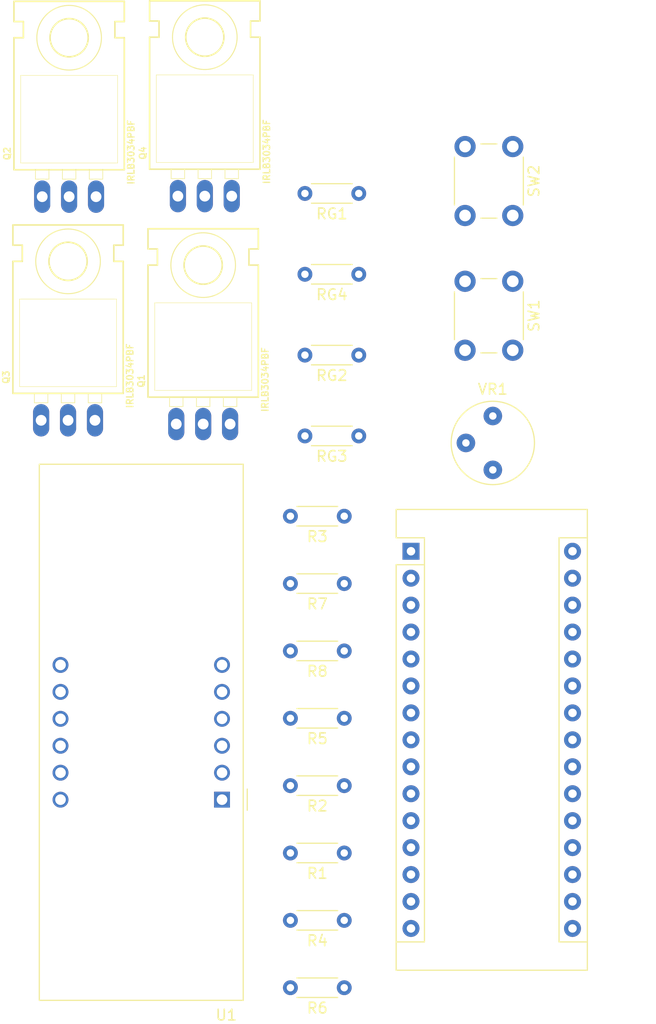
<source format=kicad_pcb>
(kicad_pcb (version 20171130) (host pcbnew "(5.1.0)-1")

  (general
    (thickness 1.6)
    (drawings 0)
    (tracks 0)
    (zones 0)
    (modules 21)
    (nets 44)
  )

  (page A4)
  (layers
    (0 F.Cu signal)
    (31 B.Cu signal)
    (32 B.Adhes user)
    (33 F.Adhes user)
    (34 B.Paste user)
    (35 F.Paste user)
    (36 B.SilkS user)
    (37 F.SilkS user)
    (38 B.Mask user)
    (39 F.Mask user)
    (40 Dwgs.User user)
    (41 Cmts.User user)
    (42 Eco1.User user)
    (43 Eco2.User user)
    (44 Edge.Cuts user)
    (45 Margin user)
    (46 B.CrtYd user)
    (47 F.CrtYd user)
    (48 B.Fab user)
    (49 F.Fab user)
  )

  (setup
    (last_trace_width 0.25)
    (trace_clearance 0.2)
    (zone_clearance 0.508)
    (zone_45_only no)
    (trace_min 0.2)
    (via_size 0.8)
    (via_drill 0.4)
    (via_min_size 0.4)
    (via_min_drill 0.3)
    (uvia_size 0.3)
    (uvia_drill 0.1)
    (uvias_allowed no)
    (uvia_min_size 0.2)
    (uvia_min_drill 0.1)
    (edge_width 0.05)
    (segment_width 0.2)
    (pcb_text_width 0.3)
    (pcb_text_size 1.5 1.5)
    (mod_edge_width 0.12)
    (mod_text_size 1 1)
    (mod_text_width 0.15)
    (pad_size 1.524 1.524)
    (pad_drill 0.762)
    (pad_to_mask_clearance 0.051)
    (solder_mask_min_width 0.25)
    (aux_axis_origin 0 0)
    (visible_elements 7FFFFFFF)
    (pcbplotparams
      (layerselection 0x010fc_ffffffff)
      (usegerberextensions false)
      (usegerberattributes false)
      (usegerberadvancedattributes false)
      (creategerberjobfile false)
      (excludeedgelayer true)
      (linewidth 0.100000)
      (plotframeref false)
      (viasonmask false)
      (mode 1)
      (useauxorigin false)
      (hpglpennumber 1)
      (hpglpenspeed 20)
      (hpglpendiameter 15.000000)
      (psnegative false)
      (psa4output false)
      (plotreference true)
      (plotvalue true)
      (plotinvisibletext false)
      (padsonsilk false)
      (subtractmaskfromsilk false)
      (outputformat 1)
      (mirror false)
      (drillshape 1)
      (scaleselection 1)
      (outputdirectory ""))
  )

  (net 0 "")
  (net 1 "Net-(A1-Pad16)")
  (net 2 "Net-(A1-Pad30)")
  (net 3 "Net-(A1-Pad28)")
  (net 4 "Net-(A1-Pad26)")
  (net 5 "Net-(A1-Pad25)")
  (net 6 "Net-(A1-Pad24)")
  (net 7 "Net-(A1-Pad23)")
  (net 8 "Net-(A1-Pad22)")
  (net 9 "Net-(A1-Pad6)")
  (net 10 "Net-(A1-Pad5)")
  (net 11 "Net-(A1-Pad4)")
  (net 12 "Net-(A1-Pad3)")
  (net 13 "Net-(A1-Pad18)")
  (net 14 "Net-(A1-Pad2)")
  (net 15 "Net-(A1-Pad17)")
  (net 16 "Net-(A1-Pad1)")
  (net 17 "Net-(R1-Pad2)")
  (net 18 Digit_2_cathode)
  (net 19 Digit_3_cathode)
  (net 20 GND)
  (net 21 Digit_1_cathode)
  (net 22 Segment_DP_anode)
  (net 23 5V)
  (net 24 Segment_G_anode)
  (net 25 Segment_F_anode)
  (net 26 Segment_E_anode)
  (net 27 Segment_D_anode)
  (net 28 Segment_C_anode)
  (net 29 Segment_B_anode)
  (net 30 Segment_A_anode)
  (net 31 Digit_4_cathode)
  (net 32 "Net-(Q1-Pad3)")
  (net 33 "Net-(Q1-Pad2)")
  (net 34 "Net-(Q2-Pad2)")
  (net 35 "Net-(Q3-Pad2)")
  (net 36 "Net-(Q4-Pad2)")
  (net 37 "Net-(R2-Pad2)")
  (net 38 "Net-(R3-Pad2)")
  (net 39 "Net-(R4-Pad2)")
  (net 40 "Net-(R5-Pad2)")
  (net 41 "Net-(R6-Pad2)")
  (net 42 "Net-(R7-Pad2)")
  (net 43 "Net-(R8-Pad2)")

  (net_class Default "This is the default net class."
    (clearance 0.2)
    (trace_width 0.25)
    (via_dia 0.8)
    (via_drill 0.4)
    (uvia_dia 0.3)
    (uvia_drill 0.1)
    (add_net 5V)
    (add_net Digit_1_cathode)
    (add_net Digit_2_cathode)
    (add_net Digit_3_cathode)
    (add_net Digit_4_cathode)
    (add_net GND)
    (add_net "Net-(A1-Pad1)")
    (add_net "Net-(A1-Pad16)")
    (add_net "Net-(A1-Pad17)")
    (add_net "Net-(A1-Pad18)")
    (add_net "Net-(A1-Pad2)")
    (add_net "Net-(A1-Pad22)")
    (add_net "Net-(A1-Pad23)")
    (add_net "Net-(A1-Pad24)")
    (add_net "Net-(A1-Pad25)")
    (add_net "Net-(A1-Pad26)")
    (add_net "Net-(A1-Pad28)")
    (add_net "Net-(A1-Pad3)")
    (add_net "Net-(A1-Pad30)")
    (add_net "Net-(A1-Pad4)")
    (add_net "Net-(A1-Pad5)")
    (add_net "Net-(A1-Pad6)")
    (add_net "Net-(Q1-Pad2)")
    (add_net "Net-(Q1-Pad3)")
    (add_net "Net-(Q2-Pad2)")
    (add_net "Net-(Q3-Pad2)")
    (add_net "Net-(Q4-Pad2)")
    (add_net "Net-(R1-Pad2)")
    (add_net "Net-(R2-Pad2)")
    (add_net "Net-(R3-Pad2)")
    (add_net "Net-(R4-Pad2)")
    (add_net "Net-(R5-Pad2)")
    (add_net "Net-(R6-Pad2)")
    (add_net "Net-(R7-Pad2)")
    (add_net "Net-(R8-Pad2)")
    (add_net Segment_A_anode)
    (add_net Segment_B_anode)
    (add_net Segment_C_anode)
    (add_net Segment_DP_anode)
    (add_net Segment_D_anode)
    (add_net Segment_E_anode)
    (add_net Segment_F_anode)
    (add_net Segment_G_anode)
  )

  (module Potentiometer_THT:Potentiometer_Bourns_3339P_Vertical_HandSoldering (layer F.Cu) (tedit 5BCDF3D1) (tstamp 5CDA717D)
    (at 101.7016 77.7748)
    (descr "Potentiometer, vertical, Bourns 3339P, hand-soldering, http://www.bourns.com/docs/Product-Datasheets/3339.pdf")
    (tags "Potentiometer vertical Bourns 3339P hand-soldering")
    (path /5CDC185F)
    (fp_text reference VR1 (at 0 -7.6) (layer F.SilkS)
      (effects (font (size 1 1) (thickness 0.15)))
    )
    (fp_text value POTENTIOMETER-PTH-9MM-1_20W-20% (at 0 2.52) (layer F.Fab)
      (effects (font (size 1 1) (thickness 0.15)))
    )
    (fp_text user %R (at -3.018 -2.54 90) (layer F.Fab)
      (effects (font (size 0.66 0.66) (thickness 0.15)))
    )
    (fp_line (start 4.1 -6.6) (end -4.1 -6.6) (layer F.CrtYd) (width 0.05))
    (fp_line (start 4.1 1.55) (end 4.1 -6.6) (layer F.CrtYd) (width 0.05))
    (fp_line (start -4.1 1.55) (end 4.1 1.55) (layer F.CrtYd) (width 0.05))
    (fp_line (start -4.1 -6.6) (end -4.1 1.55) (layer F.CrtYd) (width 0.05))
    (fp_line (start 0 -0.064) (end 0.001 -5.014) (layer F.Fab) (width 0.1))
    (fp_line (start 0 -0.064) (end 0.001 -5.014) (layer F.Fab) (width 0.1))
    (fp_circle (center 0 -2.54) (end 3.93 -2.54) (layer F.SilkS) (width 0.12))
    (fp_circle (center 0 -2.54) (end 2.5 -2.54) (layer F.Fab) (width 0.1))
    (fp_circle (center 0 -2.54) (end 3.81 -2.54) (layer F.Fab) (width 0.1))
    (pad 1 thru_hole circle (at 0 0) (size 1.75 1.75) (drill 0.7) (layers *.Cu *.Mask))
    (pad 2 thru_hole circle (at -2.54 -2.54) (size 1.75 1.75) (drill 0.7) (layers *.Cu *.Mask))
    (pad 3 thru_hole circle (at 0 -5.08) (size 1.75 1.75) (drill 0.7) (layers *.Cu *.Mask))
    (model ${KISYS3DMOD}/Potentiometer_THT.3dshapes/Potentiometer_Bourns_3339P_Vertical.wrl
      (at (xyz 0 0 0))
      (scale (xyz 1 1 1))
      (rotate (xyz 0 0 0))
    )
  )

  (module Silicon-Standard:TO-220-ALT (layer F.Cu) (tedit 5961E6B0) (tstamp 5CDBB4EB)
    (at 74.5236 48.1584)
    (path /5CD69EFB)
    (attr virtual)
    (fp_text reference Q4 (at -5.842 -0.254 90) (layer F.SilkS)
      (effects (font (size 0.6096 0.6096) (thickness 0.127)))
    )
    (fp_text value IRLB3034PBF (at 5.842 -0.381 90) (layer F.SilkS)
      (effects (font (size 0.6096 0.6096) (thickness 0.127)))
    )
    (fp_text user O (at 2.667 -0.635) (layer Dwgs.User)
      (effects (font (size 1.27 1.27) (thickness 0.127)))
    )
    (fp_text user I (at -2.413 -0.635) (layer Dwgs.User)
      (effects (font (size 1.27 1.27) (thickness 0.127)))
    )
    (fp_text user - (at 0.127 -0.635) (layer Dwgs.User)
      (effects (font (size 1.27 1.27) (thickness 0.127)))
    )
    (fp_circle (center 0 -11.176) (end 0 -14.224) (layer Dwgs.User) (width 0.1))
    (fp_circle (center 0 -11.176) (end 0 -14.224) (layer F.SilkS) (width 0.1))
    (fp_circle (center 0 -11.176) (end 0 -12.97686) (layer F.SilkS) (width 0.1524))
    (fp_line (start -4.572 0.635) (end -4.572 -7.62) (layer F.SilkS) (width 0.0508))
    (fp_line (start 4.572 -7.62) (end -4.572 -7.62) (layer F.SilkS) (width 0.0508))
    (fp_line (start 4.572 -7.62) (end 4.572 0.635) (layer F.SilkS) (width 0.0508))
    (fp_line (start -4.572 0.635) (end 4.572 0.635) (layer F.SilkS) (width 0.0508))
    (fp_line (start -5.207 -12.7) (end -5.207 -14.605) (layer F.SilkS) (width 0.1524))
    (fp_line (start -4.318 -12.7) (end -5.207 -12.7) (layer F.SilkS) (width 0.1524))
    (fp_line (start -4.318 -11.176) (end -4.318 -12.7) (layer F.SilkS) (width 0.1524))
    (fp_line (start -5.207 -11.176) (end -4.318 -11.176) (layer F.SilkS) (width 0.1524))
    (fp_line (start -5.207 1.27) (end -5.207 -11.176) (layer F.SilkS) (width 0.1524))
    (fp_line (start 5.207 -12.7) (end 5.207 -14.605) (layer F.SilkS) (width 0.1524))
    (fp_line (start 4.318 -12.7) (end 5.207 -12.7) (layer F.SilkS) (width 0.1524))
    (fp_line (start 4.318 -11.176) (end 4.318 -12.7) (layer F.SilkS) (width 0.1524))
    (fp_line (start 5.207 -11.176) (end 4.318 -11.176) (layer F.SilkS) (width 0.1524))
    (fp_line (start 5.207 1.27) (end 5.207 -11.176) (layer F.SilkS) (width 0.1524))
    (fp_line (start 5.207 -14.605) (end -5.207 -14.605) (layer F.SilkS) (width 0.1524))
    (fp_line (start -5.207 1.27) (end 5.207 1.27) (layer F.SilkS) (width 0.1524))
    (fp_line (start -3.175 3.81) (end -3.175 2.159) (layer Dwgs.User) (width 0.06604))
    (fp_line (start -3.175 2.159) (end -1.905 2.159) (layer Dwgs.User) (width 0.06604))
    (fp_line (start -1.905 3.81) (end -1.905 2.159) (layer Dwgs.User) (width 0.06604))
    (fp_line (start -3.175 3.81) (end -1.905 3.81) (layer Dwgs.User) (width 0.06604))
    (fp_line (start -0.635 3.81) (end -0.635 2.159) (layer Dwgs.User) (width 0.06604))
    (fp_line (start -0.635 2.159) (end 0.635 2.159) (layer Dwgs.User) (width 0.06604))
    (fp_line (start 0.635 3.81) (end 0.635 2.159) (layer Dwgs.User) (width 0.06604))
    (fp_line (start -0.635 3.81) (end 0.635 3.81) (layer Dwgs.User) (width 0.06604))
    (fp_line (start -3.175 2.159) (end -3.175 1.27) (layer F.SilkS) (width 0.06604))
    (fp_line (start -3.175 1.27) (end -1.905 1.27) (layer F.SilkS) (width 0.06604))
    (fp_line (start -1.905 2.159) (end -1.905 1.27) (layer F.SilkS) (width 0.06604))
    (fp_line (start -3.175 2.159) (end -1.905 2.159) (layer F.SilkS) (width 0.06604))
    (fp_line (start -0.635 2.159) (end -0.635 1.27) (layer F.SilkS) (width 0.06604))
    (fp_line (start -0.635 1.27) (end 0.635 1.27) (layer F.SilkS) (width 0.06604))
    (fp_line (start 0.635 2.159) (end 0.635 1.27) (layer F.SilkS) (width 0.06604))
    (fp_line (start -0.635 2.159) (end 0.635 2.159) (layer F.SilkS) (width 0.06604))
    (fp_line (start 1.905 3.81) (end 1.905 2.159) (layer Dwgs.User) (width 0.06604))
    (fp_line (start 1.905 2.159) (end 3.175 2.159) (layer Dwgs.User) (width 0.06604))
    (fp_line (start 3.175 3.81) (end 3.175 2.159) (layer Dwgs.User) (width 0.06604))
    (fp_line (start 1.905 3.81) (end 3.175 3.81) (layer Dwgs.User) (width 0.06604))
    (fp_line (start 1.905 2.159) (end 1.905 1.27) (layer F.SilkS) (width 0.06604))
    (fp_line (start 1.905 1.27) (end 3.175 1.27) (layer F.SilkS) (width 0.06604))
    (fp_line (start 3.175 2.159) (end 3.175 1.27) (layer F.SilkS) (width 0.06604))
    (fp_line (start 1.905 2.159) (end 3.175 2.159) (layer F.SilkS) (width 0.06604))
    (pad "" np_thru_hole circle (at 0 -11.176) (size 3.302 3.302) (drill 3.302) (layers *.Cu *.Mask)
      (solder_mask_margin 0.1016))
    (pad OUT thru_hole oval (at 2.54 3.81 180) (size 1.524 3.048) (drill 1.016) (layers *.Cu *.Mask)
      (solder_mask_margin 0.1016))
    (pad IN thru_hole oval (at -2.54 3.81 180) (size 1.524 3.048) (drill 1.016) (layers *.Cu *.Mask)
      (solder_mask_margin 0.1016))
    (pad GND thru_hole oval (at 0 3.81 180) (size 1.524 3.048) (drill 1.016) (layers *.Cu *.Mask)
      (solder_mask_margin 0.1016))
  )

  (module Silicon-Standard:TO-220-ALT (layer F.Cu) (tedit 5961E6B0) (tstamp 5CDA6FFE)
    (at 61.6204 69.2912)
    (path /5CD69530)
    (attr virtual)
    (fp_text reference Q3 (at -5.842 -0.254 -270) (layer F.SilkS)
      (effects (font (size 0.6096 0.6096) (thickness 0.127)))
    )
    (fp_text value IRLB3034PBF (at 5.842 -0.381 -270) (layer F.SilkS)
      (effects (font (size 0.6096 0.6096) (thickness 0.127)))
    )
    (fp_text user O (at 2.667 -0.635) (layer Dwgs.User)
      (effects (font (size 1.27 1.27) (thickness 0.127)))
    )
    (fp_text user I (at -2.413 -0.635) (layer Dwgs.User)
      (effects (font (size 1.27 1.27) (thickness 0.127)))
    )
    (fp_text user - (at 0.127 -0.635) (layer Dwgs.User)
      (effects (font (size 1.27 1.27) (thickness 0.127)))
    )
    (fp_circle (center 0 -11.176) (end 0 -14.224) (layer Dwgs.User) (width 0.1))
    (fp_circle (center 0 -11.176) (end 0 -14.224) (layer F.SilkS) (width 0.1))
    (fp_circle (center 0 -11.176) (end 0 -12.97686) (layer F.SilkS) (width 0.1524))
    (fp_line (start -4.572 0.635) (end -4.572 -7.62) (layer F.SilkS) (width 0.0508))
    (fp_line (start 4.572 -7.62) (end -4.572 -7.62) (layer F.SilkS) (width 0.0508))
    (fp_line (start 4.572 -7.62) (end 4.572 0.635) (layer F.SilkS) (width 0.0508))
    (fp_line (start -4.572 0.635) (end 4.572 0.635) (layer F.SilkS) (width 0.0508))
    (fp_line (start -5.207 -12.7) (end -5.207 -14.605) (layer F.SilkS) (width 0.1524))
    (fp_line (start -4.318 -12.7) (end -5.207 -12.7) (layer F.SilkS) (width 0.1524))
    (fp_line (start -4.318 -11.176) (end -4.318 -12.7) (layer F.SilkS) (width 0.1524))
    (fp_line (start -5.207 -11.176) (end -4.318 -11.176) (layer F.SilkS) (width 0.1524))
    (fp_line (start -5.207 1.27) (end -5.207 -11.176) (layer F.SilkS) (width 0.1524))
    (fp_line (start 5.207 -12.7) (end 5.207 -14.605) (layer F.SilkS) (width 0.1524))
    (fp_line (start 4.318 -12.7) (end 5.207 -12.7) (layer F.SilkS) (width 0.1524))
    (fp_line (start 4.318 -11.176) (end 4.318 -12.7) (layer F.SilkS) (width 0.1524))
    (fp_line (start 5.207 -11.176) (end 4.318 -11.176) (layer F.SilkS) (width 0.1524))
    (fp_line (start 5.207 1.27) (end 5.207 -11.176) (layer F.SilkS) (width 0.1524))
    (fp_line (start 5.207 -14.605) (end -5.207 -14.605) (layer F.SilkS) (width 0.1524))
    (fp_line (start -5.207 1.27) (end 5.207 1.27) (layer F.SilkS) (width 0.1524))
    (fp_line (start -3.175 3.81) (end -3.175 2.159) (layer Dwgs.User) (width 0.06604))
    (fp_line (start -3.175 2.159) (end -1.905 2.159) (layer Dwgs.User) (width 0.06604))
    (fp_line (start -1.905 3.81) (end -1.905 2.159) (layer Dwgs.User) (width 0.06604))
    (fp_line (start -3.175 3.81) (end -1.905 3.81) (layer Dwgs.User) (width 0.06604))
    (fp_line (start -0.635 3.81) (end -0.635 2.159) (layer Dwgs.User) (width 0.06604))
    (fp_line (start -0.635 2.159) (end 0.635 2.159) (layer Dwgs.User) (width 0.06604))
    (fp_line (start 0.635 3.81) (end 0.635 2.159) (layer Dwgs.User) (width 0.06604))
    (fp_line (start -0.635 3.81) (end 0.635 3.81) (layer Dwgs.User) (width 0.06604))
    (fp_line (start -3.175 2.159) (end -3.175 1.27) (layer F.SilkS) (width 0.06604))
    (fp_line (start -3.175 1.27) (end -1.905 1.27) (layer F.SilkS) (width 0.06604))
    (fp_line (start -1.905 2.159) (end -1.905 1.27) (layer F.SilkS) (width 0.06604))
    (fp_line (start -3.175 2.159) (end -1.905 2.159) (layer F.SilkS) (width 0.06604))
    (fp_line (start -0.635 2.159) (end -0.635 1.27) (layer F.SilkS) (width 0.06604))
    (fp_line (start -0.635 1.27) (end 0.635 1.27) (layer F.SilkS) (width 0.06604))
    (fp_line (start 0.635 2.159) (end 0.635 1.27) (layer F.SilkS) (width 0.06604))
    (fp_line (start -0.635 2.159) (end 0.635 2.159) (layer F.SilkS) (width 0.06604))
    (fp_line (start 1.905 3.81) (end 1.905 2.159) (layer Dwgs.User) (width 0.06604))
    (fp_line (start 1.905 2.159) (end 3.175 2.159) (layer Dwgs.User) (width 0.06604))
    (fp_line (start 3.175 3.81) (end 3.175 2.159) (layer Dwgs.User) (width 0.06604))
    (fp_line (start 1.905 3.81) (end 3.175 3.81) (layer Dwgs.User) (width 0.06604))
    (fp_line (start 1.905 2.159) (end 1.905 1.27) (layer F.SilkS) (width 0.06604))
    (fp_line (start 1.905 1.27) (end 3.175 1.27) (layer F.SilkS) (width 0.06604))
    (fp_line (start 3.175 2.159) (end 3.175 1.27) (layer F.SilkS) (width 0.06604))
    (fp_line (start 1.905 2.159) (end 3.175 2.159) (layer F.SilkS) (width 0.06604))
    (pad "" np_thru_hole circle (at 0 -11.176) (size 3.302 3.302) (drill 3.302) (layers *.Cu *.Mask)
      (solder_mask_margin 0.1016))
    (pad OUT thru_hole oval (at 2.54 3.81 180) (size 1.524 3.048) (drill 1.016) (layers *.Cu *.Mask)
      (solder_mask_margin 0.1016))
    (pad IN thru_hole oval (at -2.54 3.81 180) (size 1.524 3.048) (drill 1.016) (layers *.Cu *.Mask)
      (solder_mask_margin 0.1016))
    (pad GND thru_hole oval (at 0 3.81 180) (size 1.524 3.048) (drill 1.016) (layers *.Cu *.Mask)
      (solder_mask_margin 0.1016))
  )

  (module Silicon-Standard:TO-220-ALT (layer F.Cu) (tedit 5961E6B0) (tstamp 5CDA9D73)
    (at 61.722 48.2092)
    (path /5CD68711)
    (attr virtual)
    (fp_text reference Q2 (at -5.842 -0.254 -270) (layer F.SilkS)
      (effects (font (size 0.6096 0.6096) (thickness 0.127)))
    )
    (fp_text value IRLB3034PBF (at 5.842 -0.381 -270) (layer F.SilkS)
      (effects (font (size 0.6096 0.6096) (thickness 0.127)))
    )
    (fp_text user O (at 2.667 -0.635) (layer Dwgs.User)
      (effects (font (size 1.27 1.27) (thickness 0.127)))
    )
    (fp_text user I (at -2.413 -0.635) (layer Dwgs.User)
      (effects (font (size 1.27 1.27) (thickness 0.127)))
    )
    (fp_text user - (at 0.127 -0.635) (layer Dwgs.User)
      (effects (font (size 1.27 1.27) (thickness 0.127)))
    )
    (fp_circle (center 0 -11.176) (end 0 -14.224) (layer Dwgs.User) (width 0.1))
    (fp_circle (center 0 -11.176) (end 0 -14.224) (layer F.SilkS) (width 0.1))
    (fp_circle (center 0 -11.176) (end 0 -12.97686) (layer F.SilkS) (width 0.1524))
    (fp_line (start -4.572 0.635) (end -4.572 -7.62) (layer F.SilkS) (width 0.0508))
    (fp_line (start 4.572 -7.62) (end -4.572 -7.62) (layer F.SilkS) (width 0.0508))
    (fp_line (start 4.572 -7.62) (end 4.572 0.635) (layer F.SilkS) (width 0.0508))
    (fp_line (start -4.572 0.635) (end 4.572 0.635) (layer F.SilkS) (width 0.0508))
    (fp_line (start -5.207 -12.7) (end -5.207 -14.605) (layer F.SilkS) (width 0.1524))
    (fp_line (start -4.318 -12.7) (end -5.207 -12.7) (layer F.SilkS) (width 0.1524))
    (fp_line (start -4.318 -11.176) (end -4.318 -12.7) (layer F.SilkS) (width 0.1524))
    (fp_line (start -5.207 -11.176) (end -4.318 -11.176) (layer F.SilkS) (width 0.1524))
    (fp_line (start -5.207 1.27) (end -5.207 -11.176) (layer F.SilkS) (width 0.1524))
    (fp_line (start 5.207 -12.7) (end 5.207 -14.605) (layer F.SilkS) (width 0.1524))
    (fp_line (start 4.318 -12.7) (end 5.207 -12.7) (layer F.SilkS) (width 0.1524))
    (fp_line (start 4.318 -11.176) (end 4.318 -12.7) (layer F.SilkS) (width 0.1524))
    (fp_line (start 5.207 -11.176) (end 4.318 -11.176) (layer F.SilkS) (width 0.1524))
    (fp_line (start 5.207 1.27) (end 5.207 -11.176) (layer F.SilkS) (width 0.1524))
    (fp_line (start 5.207 -14.605) (end -5.207 -14.605) (layer F.SilkS) (width 0.1524))
    (fp_line (start -5.207 1.27) (end 5.207 1.27) (layer F.SilkS) (width 0.1524))
    (fp_line (start -3.175 3.81) (end -3.175 2.159) (layer Dwgs.User) (width 0.06604))
    (fp_line (start -3.175 2.159) (end -1.905 2.159) (layer Dwgs.User) (width 0.06604))
    (fp_line (start -1.905 3.81) (end -1.905 2.159) (layer Dwgs.User) (width 0.06604))
    (fp_line (start -3.175 3.81) (end -1.905 3.81) (layer Dwgs.User) (width 0.06604))
    (fp_line (start -0.635 3.81) (end -0.635 2.159) (layer Dwgs.User) (width 0.06604))
    (fp_line (start -0.635 2.159) (end 0.635 2.159) (layer Dwgs.User) (width 0.06604))
    (fp_line (start 0.635 3.81) (end 0.635 2.159) (layer Dwgs.User) (width 0.06604))
    (fp_line (start -0.635 3.81) (end 0.635 3.81) (layer Dwgs.User) (width 0.06604))
    (fp_line (start -3.175 2.159) (end -3.175 1.27) (layer F.SilkS) (width 0.06604))
    (fp_line (start -3.175 1.27) (end -1.905 1.27) (layer F.SilkS) (width 0.06604))
    (fp_line (start -1.905 2.159) (end -1.905 1.27) (layer F.SilkS) (width 0.06604))
    (fp_line (start -3.175 2.159) (end -1.905 2.159) (layer F.SilkS) (width 0.06604))
    (fp_line (start -0.635 2.159) (end -0.635 1.27) (layer F.SilkS) (width 0.06604))
    (fp_line (start -0.635 1.27) (end 0.635 1.27) (layer F.SilkS) (width 0.06604))
    (fp_line (start 0.635 2.159) (end 0.635 1.27) (layer F.SilkS) (width 0.06604))
    (fp_line (start -0.635 2.159) (end 0.635 2.159) (layer F.SilkS) (width 0.06604))
    (fp_line (start 1.905 3.81) (end 1.905 2.159) (layer Dwgs.User) (width 0.06604))
    (fp_line (start 1.905 2.159) (end 3.175 2.159) (layer Dwgs.User) (width 0.06604))
    (fp_line (start 3.175 3.81) (end 3.175 2.159) (layer Dwgs.User) (width 0.06604))
    (fp_line (start 1.905 3.81) (end 3.175 3.81) (layer Dwgs.User) (width 0.06604))
    (fp_line (start 1.905 2.159) (end 1.905 1.27) (layer F.SilkS) (width 0.06604))
    (fp_line (start 1.905 1.27) (end 3.175 1.27) (layer F.SilkS) (width 0.06604))
    (fp_line (start 3.175 2.159) (end 3.175 1.27) (layer F.SilkS) (width 0.06604))
    (fp_line (start 1.905 2.159) (end 3.175 2.159) (layer F.SilkS) (width 0.06604))
    (pad "" np_thru_hole circle (at 0 -11.176) (size 3.302 3.302) (drill 3.302) (layers *.Cu *.Mask)
      (solder_mask_margin 0.1016))
    (pad OUT thru_hole oval (at 2.54 3.81 180) (size 1.524 3.048) (drill 1.016) (layers *.Cu *.Mask)
      (solder_mask_margin 0.1016))
    (pad IN thru_hole oval (at -2.54 3.81 180) (size 1.524 3.048) (drill 1.016) (layers *.Cu *.Mask)
      (solder_mask_margin 0.1016))
    (pad GND thru_hole oval (at 0 3.81 180) (size 1.524 3.048) (drill 1.016) (layers *.Cu *.Mask)
      (solder_mask_margin 0.1016))
  )

  (module Silicon-Standard:TO-220-ALT (layer F.Cu) (tedit 5961E6B0) (tstamp 5CDBB176)
    (at 74.3712 69.6468)
    (path /5CD66F0D)
    (attr virtual)
    (fp_text reference Q1 (at -5.842 -0.254 -270) (layer F.SilkS)
      (effects (font (size 0.6096 0.6096) (thickness 0.127)))
    )
    (fp_text value IRLB3034PBF (at 5.842 -0.381 -270) (layer F.SilkS)
      (effects (font (size 0.6096 0.6096) (thickness 0.127)))
    )
    (fp_text user O (at 2.667 -0.635) (layer Dwgs.User)
      (effects (font (size 1.27 1.27) (thickness 0.127)))
    )
    (fp_text user I (at -2.413 -0.635) (layer Dwgs.User)
      (effects (font (size 1.27 1.27) (thickness 0.127)))
    )
    (fp_text user - (at 0.127 -0.635) (layer Dwgs.User)
      (effects (font (size 1.27 1.27) (thickness 0.127)))
    )
    (fp_circle (center 0 -11.176) (end 0 -14.224) (layer Dwgs.User) (width 0.1))
    (fp_circle (center 0 -11.176) (end 0 -14.224) (layer F.SilkS) (width 0.1))
    (fp_circle (center 0 -11.176) (end 0 -12.97686) (layer F.SilkS) (width 0.1524))
    (fp_line (start -4.572 0.635) (end -4.572 -7.62) (layer F.SilkS) (width 0.0508))
    (fp_line (start 4.572 -7.62) (end -4.572 -7.62) (layer F.SilkS) (width 0.0508))
    (fp_line (start 4.572 -7.62) (end 4.572 0.635) (layer F.SilkS) (width 0.0508))
    (fp_line (start -4.572 0.635) (end 4.572 0.635) (layer F.SilkS) (width 0.0508))
    (fp_line (start -5.207 -12.7) (end -5.207 -14.605) (layer F.SilkS) (width 0.1524))
    (fp_line (start -4.318 -12.7) (end -5.207 -12.7) (layer F.SilkS) (width 0.1524))
    (fp_line (start -4.318 -11.176) (end -4.318 -12.7) (layer F.SilkS) (width 0.1524))
    (fp_line (start -5.207 -11.176) (end -4.318 -11.176) (layer F.SilkS) (width 0.1524))
    (fp_line (start -5.207 1.27) (end -5.207 -11.176) (layer F.SilkS) (width 0.1524))
    (fp_line (start 5.207 -12.7) (end 5.207 -14.605) (layer F.SilkS) (width 0.1524))
    (fp_line (start 4.318 -12.7) (end 5.207 -12.7) (layer F.SilkS) (width 0.1524))
    (fp_line (start 4.318 -11.176) (end 4.318 -12.7) (layer F.SilkS) (width 0.1524))
    (fp_line (start 5.207 -11.176) (end 4.318 -11.176) (layer F.SilkS) (width 0.1524))
    (fp_line (start 5.207 1.27) (end 5.207 -11.176) (layer F.SilkS) (width 0.1524))
    (fp_line (start 5.207 -14.605) (end -5.207 -14.605) (layer F.SilkS) (width 0.1524))
    (fp_line (start -5.207 1.27) (end 5.207 1.27) (layer F.SilkS) (width 0.1524))
    (fp_line (start -3.175 3.81) (end -3.175 2.159) (layer Dwgs.User) (width 0.06604))
    (fp_line (start -3.175 2.159) (end -1.905 2.159) (layer Dwgs.User) (width 0.06604))
    (fp_line (start -1.905 3.81) (end -1.905 2.159) (layer Dwgs.User) (width 0.06604))
    (fp_line (start -3.175 3.81) (end -1.905 3.81) (layer Dwgs.User) (width 0.06604))
    (fp_line (start -0.635 3.81) (end -0.635 2.159) (layer Dwgs.User) (width 0.06604))
    (fp_line (start -0.635 2.159) (end 0.635 2.159) (layer Dwgs.User) (width 0.06604))
    (fp_line (start 0.635 3.81) (end 0.635 2.159) (layer Dwgs.User) (width 0.06604))
    (fp_line (start -0.635 3.81) (end 0.635 3.81) (layer Dwgs.User) (width 0.06604))
    (fp_line (start -3.175 2.159) (end -3.175 1.27) (layer F.SilkS) (width 0.06604))
    (fp_line (start -3.175 1.27) (end -1.905 1.27) (layer F.SilkS) (width 0.06604))
    (fp_line (start -1.905 2.159) (end -1.905 1.27) (layer F.SilkS) (width 0.06604))
    (fp_line (start -3.175 2.159) (end -1.905 2.159) (layer F.SilkS) (width 0.06604))
    (fp_line (start -0.635 2.159) (end -0.635 1.27) (layer F.SilkS) (width 0.06604))
    (fp_line (start -0.635 1.27) (end 0.635 1.27) (layer F.SilkS) (width 0.06604))
    (fp_line (start 0.635 2.159) (end 0.635 1.27) (layer F.SilkS) (width 0.06604))
    (fp_line (start -0.635 2.159) (end 0.635 2.159) (layer F.SilkS) (width 0.06604))
    (fp_line (start 1.905 3.81) (end 1.905 2.159) (layer Dwgs.User) (width 0.06604))
    (fp_line (start 1.905 2.159) (end 3.175 2.159) (layer Dwgs.User) (width 0.06604))
    (fp_line (start 3.175 3.81) (end 3.175 2.159) (layer Dwgs.User) (width 0.06604))
    (fp_line (start 1.905 3.81) (end 3.175 3.81) (layer Dwgs.User) (width 0.06604))
    (fp_line (start 1.905 2.159) (end 1.905 1.27) (layer F.SilkS) (width 0.06604))
    (fp_line (start 1.905 1.27) (end 3.175 1.27) (layer F.SilkS) (width 0.06604))
    (fp_line (start 3.175 2.159) (end 3.175 1.27) (layer F.SilkS) (width 0.06604))
    (fp_line (start 1.905 2.159) (end 3.175 2.159) (layer F.SilkS) (width 0.06604))
    (pad "" np_thru_hole circle (at 0 -11.176) (size 3.302 3.302) (drill 3.302) (layers *.Cu *.Mask)
      (solder_mask_margin 0.1016))
    (pad OUT thru_hole oval (at 2.54 3.81 180) (size 1.524 3.048) (drill 1.016) (layers *.Cu *.Mask)
      (solder_mask_margin 0.1016))
    (pad IN thru_hole oval (at -2.54 3.81 180) (size 1.524 3.048) (drill 1.016) (layers *.Cu *.Mask)
      (solder_mask_margin 0.1016))
    (pad GND thru_hole oval (at 0 3.81 180) (size 1.524 3.048) (drill 1.016) (layers *.Cu *.Mask)
      (solder_mask_margin 0.1016))
  )

  (module Resistor_THT:R_Axial_DIN0204_L3.6mm_D1.6mm_P5.08mm_Horizontal (layer F.Cu) (tedit 5AE5139B) (tstamp 5CDA9A6E)
    (at 89.0524 59.3344 180)
    (descr "Resistor, Axial_DIN0204 series, Axial, Horizontal, pin pitch=5.08mm, 0.167W, length*diameter=3.6*1.6mm^2, http://cdn-reichelt.de/documents/datenblatt/B400/1_4W%23YAG.pdf")
    (tags "Resistor Axial_DIN0204 series Axial Horizontal pin pitch 5.08mm 0.167W length 3.6mm diameter 1.6mm")
    (path /5CDAB9C9)
    (fp_text reference RG4 (at 2.54 -1.92 180) (layer F.SilkS)
      (effects (font (size 1 1) (thickness 0.15)))
    )
    (fp_text value 5.6k (at 2.54 1.92 180) (layer F.Fab)
      (effects (font (size 1 1) (thickness 0.15)))
    )
    (fp_line (start 0.74 -0.8) (end 0.74 0.8) (layer F.Fab) (width 0.1))
    (fp_line (start 0.74 0.8) (end 4.34 0.8) (layer F.Fab) (width 0.1))
    (fp_line (start 4.34 0.8) (end 4.34 -0.8) (layer F.Fab) (width 0.1))
    (fp_line (start 4.34 -0.8) (end 0.74 -0.8) (layer F.Fab) (width 0.1))
    (fp_line (start 0 0) (end 0.74 0) (layer F.Fab) (width 0.1))
    (fp_line (start 5.08 0) (end 4.34 0) (layer F.Fab) (width 0.1))
    (fp_line (start 0.62 -0.92) (end 4.46 -0.92) (layer F.SilkS) (width 0.12))
    (fp_line (start 0.62 0.92) (end 4.46 0.92) (layer F.SilkS) (width 0.12))
    (fp_line (start -0.95 -1.05) (end -0.95 1.05) (layer F.CrtYd) (width 0.05))
    (fp_line (start -0.95 1.05) (end 6.03 1.05) (layer F.CrtYd) (width 0.05))
    (fp_line (start 6.03 1.05) (end 6.03 -1.05) (layer F.CrtYd) (width 0.05))
    (fp_line (start 6.03 -1.05) (end -0.95 -1.05) (layer F.CrtYd) (width 0.05))
    (fp_text user %R (at 2.54 0 180) (layer F.Fab)
      (effects (font (size 0.72 0.72) (thickness 0.108)))
    )
    (pad 1 thru_hole circle (at 0 0 180) (size 1.4 1.4) (drill 0.7) (layers *.Cu *.Mask)
      (net 31 Digit_4_cathode))
    (pad 2 thru_hole oval (at 5.08 0 180) (size 1.4 1.4) (drill 0.7) (layers *.Cu *.Mask)
      (net 32 "Net-(Q1-Pad3)"))
    (model ${KISYS3DMOD}/Resistor_THT.3dshapes/R_Axial_DIN0204_L3.6mm_D1.6mm_P5.08mm_Horizontal.wrl
      (at (xyz 0 0 0))
      (scale (xyz 1 1 1))
      (rotate (xyz 0 0 0))
    )
  )

  (module Resistor_THT:R_Axial_DIN0204_L3.6mm_D1.6mm_P5.08mm_Horizontal (layer F.Cu) (tedit 5AE5139B) (tstamp 5CDA70DD)
    (at 89.0524 74.5744 180)
    (descr "Resistor, Axial_DIN0204 series, Axial, Horizontal, pin pitch=5.08mm, 0.167W, length*diameter=3.6*1.6mm^2, http://cdn-reichelt.de/documents/datenblatt/B400/1_4W%23YAG.pdf")
    (tags "Resistor Axial_DIN0204 series Axial Horizontal pin pitch 5.08mm 0.167W length 3.6mm diameter 1.6mm")
    (path /5CDAB51A)
    (fp_text reference RG3 (at 2.54 -1.92 180) (layer F.SilkS)
      (effects (font (size 1 1) (thickness 0.15)))
    )
    (fp_text value 5.6k (at 2.54 1.92 180) (layer F.Fab)
      (effects (font (size 1 1) (thickness 0.15)))
    )
    (fp_line (start 0.74 -0.8) (end 0.74 0.8) (layer F.Fab) (width 0.1))
    (fp_line (start 0.74 0.8) (end 4.34 0.8) (layer F.Fab) (width 0.1))
    (fp_line (start 4.34 0.8) (end 4.34 -0.8) (layer F.Fab) (width 0.1))
    (fp_line (start 4.34 -0.8) (end 0.74 -0.8) (layer F.Fab) (width 0.1))
    (fp_line (start 0 0) (end 0.74 0) (layer F.Fab) (width 0.1))
    (fp_line (start 5.08 0) (end 4.34 0) (layer F.Fab) (width 0.1))
    (fp_line (start 0.62 -0.92) (end 4.46 -0.92) (layer F.SilkS) (width 0.12))
    (fp_line (start 0.62 0.92) (end 4.46 0.92) (layer F.SilkS) (width 0.12))
    (fp_line (start -0.95 -1.05) (end -0.95 1.05) (layer F.CrtYd) (width 0.05))
    (fp_line (start -0.95 1.05) (end 6.03 1.05) (layer F.CrtYd) (width 0.05))
    (fp_line (start 6.03 1.05) (end 6.03 -1.05) (layer F.CrtYd) (width 0.05))
    (fp_line (start 6.03 -1.05) (end -0.95 -1.05) (layer F.CrtYd) (width 0.05))
    (fp_text user %R (at 2.54 0 180) (layer F.Fab)
      (effects (font (size 0.72 0.72) (thickness 0.108)))
    )
    (pad 1 thru_hole circle (at 0 0 180) (size 1.4 1.4) (drill 0.7) (layers *.Cu *.Mask)
      (net 19 Digit_3_cathode))
    (pad 2 thru_hole oval (at 5.08 0 180) (size 1.4 1.4) (drill 0.7) (layers *.Cu *.Mask)
      (net 32 "Net-(Q1-Pad3)"))
    (model ${KISYS3DMOD}/Resistor_THT.3dshapes/R_Axial_DIN0204_L3.6mm_D1.6mm_P5.08mm_Horizontal.wrl
      (at (xyz 0 0 0))
      (scale (xyz 1 1 1))
      (rotate (xyz 0 0 0))
    )
  )

  (module Resistor_THT:R_Axial_DIN0204_L3.6mm_D1.6mm_P5.08mm_Horizontal (layer F.Cu) (tedit 5AE5139B) (tstamp 5CDA70CA)
    (at 89.0524 66.9544 180)
    (descr "Resistor, Axial_DIN0204 series, Axial, Horizontal, pin pitch=5.08mm, 0.167W, length*diameter=3.6*1.6mm^2, http://cdn-reichelt.de/documents/datenblatt/B400/1_4W%23YAG.pdf")
    (tags "Resistor Axial_DIN0204 series Axial Horizontal pin pitch 5.08mm 0.167W length 3.6mm diameter 1.6mm")
    (path /5CDAADED)
    (fp_text reference RG2 (at 2.54 -1.92 180) (layer F.SilkS)
      (effects (font (size 1 1) (thickness 0.15)))
    )
    (fp_text value 5.6k (at 2.54 1.92 180) (layer F.Fab)
      (effects (font (size 1 1) (thickness 0.15)))
    )
    (fp_line (start 0.74 -0.8) (end 0.74 0.8) (layer F.Fab) (width 0.1))
    (fp_line (start 0.74 0.8) (end 4.34 0.8) (layer F.Fab) (width 0.1))
    (fp_line (start 4.34 0.8) (end 4.34 -0.8) (layer F.Fab) (width 0.1))
    (fp_line (start 4.34 -0.8) (end 0.74 -0.8) (layer F.Fab) (width 0.1))
    (fp_line (start 0 0) (end 0.74 0) (layer F.Fab) (width 0.1))
    (fp_line (start 5.08 0) (end 4.34 0) (layer F.Fab) (width 0.1))
    (fp_line (start 0.62 -0.92) (end 4.46 -0.92) (layer F.SilkS) (width 0.12))
    (fp_line (start 0.62 0.92) (end 4.46 0.92) (layer F.SilkS) (width 0.12))
    (fp_line (start -0.95 -1.05) (end -0.95 1.05) (layer F.CrtYd) (width 0.05))
    (fp_line (start -0.95 1.05) (end 6.03 1.05) (layer F.CrtYd) (width 0.05))
    (fp_line (start 6.03 1.05) (end 6.03 -1.05) (layer F.CrtYd) (width 0.05))
    (fp_line (start 6.03 -1.05) (end -0.95 -1.05) (layer F.CrtYd) (width 0.05))
    (fp_text user %R (at 2.54 0 180) (layer F.Fab)
      (effects (font (size 0.72 0.72) (thickness 0.108)))
    )
    (pad 1 thru_hole circle (at 0 0 180) (size 1.4 1.4) (drill 0.7) (layers *.Cu *.Mask)
      (net 18 Digit_2_cathode))
    (pad 2 thru_hole oval (at 5.08 0 180) (size 1.4 1.4) (drill 0.7) (layers *.Cu *.Mask)
      (net 32 "Net-(Q1-Pad3)"))
    (model ${KISYS3DMOD}/Resistor_THT.3dshapes/R_Axial_DIN0204_L3.6mm_D1.6mm_P5.08mm_Horizontal.wrl
      (at (xyz 0 0 0))
      (scale (xyz 1 1 1))
      (rotate (xyz 0 0 0))
    )
  )

  (module Resistor_THT:R_Axial_DIN0204_L3.6mm_D1.6mm_P5.08mm_Horizontal (layer F.Cu) (tedit 5AE5139B) (tstamp 5CDA70B7)
    (at 89.0524 51.7144 180)
    (descr "Resistor, Axial_DIN0204 series, Axial, Horizontal, pin pitch=5.08mm, 0.167W, length*diameter=3.6*1.6mm^2, http://cdn-reichelt.de/documents/datenblatt/B400/1_4W%23YAG.pdf")
    (tags "Resistor Axial_DIN0204 series Axial Horizontal pin pitch 5.08mm 0.167W length 3.6mm diameter 1.6mm")
    (path /5CD7262A)
    (fp_text reference RG1 (at 2.54 -1.92 180) (layer F.SilkS)
      (effects (font (size 1 1) (thickness 0.15)))
    )
    (fp_text value 5.6k (at 2.54 1.92 180) (layer F.Fab)
      (effects (font (size 1 1) (thickness 0.15)))
    )
    (fp_line (start 0.74 -0.8) (end 0.74 0.8) (layer F.Fab) (width 0.1))
    (fp_line (start 0.74 0.8) (end 4.34 0.8) (layer F.Fab) (width 0.1))
    (fp_line (start 4.34 0.8) (end 4.34 -0.8) (layer F.Fab) (width 0.1))
    (fp_line (start 4.34 -0.8) (end 0.74 -0.8) (layer F.Fab) (width 0.1))
    (fp_line (start 0 0) (end 0.74 0) (layer F.Fab) (width 0.1))
    (fp_line (start 5.08 0) (end 4.34 0) (layer F.Fab) (width 0.1))
    (fp_line (start 0.62 -0.92) (end 4.46 -0.92) (layer F.SilkS) (width 0.12))
    (fp_line (start 0.62 0.92) (end 4.46 0.92) (layer F.SilkS) (width 0.12))
    (fp_line (start -0.95 -1.05) (end -0.95 1.05) (layer F.CrtYd) (width 0.05))
    (fp_line (start -0.95 1.05) (end 6.03 1.05) (layer F.CrtYd) (width 0.05))
    (fp_line (start 6.03 1.05) (end 6.03 -1.05) (layer F.CrtYd) (width 0.05))
    (fp_line (start 6.03 -1.05) (end -0.95 -1.05) (layer F.CrtYd) (width 0.05))
    (fp_text user %R (at 2.54 0 180) (layer F.Fab)
      (effects (font (size 0.72 0.72) (thickness 0.108)))
    )
    (pad 1 thru_hole circle (at 0 0 180) (size 1.4 1.4) (drill 0.7) (layers *.Cu *.Mask)
      (net 21 Digit_1_cathode))
    (pad 2 thru_hole oval (at 5.08 0 180) (size 1.4 1.4) (drill 0.7) (layers *.Cu *.Mask)
      (net 32 "Net-(Q1-Pad3)"))
    (model ${KISYS3DMOD}/Resistor_THT.3dshapes/R_Axial_DIN0204_L3.6mm_D1.6mm_P5.08mm_Horizontal.wrl
      (at (xyz 0 0 0))
      (scale (xyz 1 1 1))
      (rotate (xyz 0 0 0))
    )
  )

  (module Resistor_THT:R_Axial_DIN0204_L3.6mm_D1.6mm_P5.08mm_Horizontal (layer F.Cu) (tedit 5AE5139B) (tstamp 5CDA70A4)
    (at 87.6808 94.8436 180)
    (descr "Resistor, Axial_DIN0204 series, Axial, Horizontal, pin pitch=5.08mm, 0.167W, length*diameter=3.6*1.6mm^2, http://cdn-reichelt.de/documents/datenblatt/B400/1_4W%23YAG.pdf")
    (tags "Resistor Axial_DIN0204 series Axial Horizontal pin pitch 5.08mm 0.167W length 3.6mm diameter 1.6mm")
    (path /5CE52563)
    (fp_text reference R8 (at 2.54 -1.92 180) (layer F.SilkS)
      (effects (font (size 1 1) (thickness 0.15)))
    )
    (fp_text value "330 Ω" (at 2.54 1.92 180) (layer F.Fab)
      (effects (font (size 1 1) (thickness 0.15)))
    )
    (fp_line (start 0.74 -0.8) (end 0.74 0.8) (layer F.Fab) (width 0.1))
    (fp_line (start 0.74 0.8) (end 4.34 0.8) (layer F.Fab) (width 0.1))
    (fp_line (start 4.34 0.8) (end 4.34 -0.8) (layer F.Fab) (width 0.1))
    (fp_line (start 4.34 -0.8) (end 0.74 -0.8) (layer F.Fab) (width 0.1))
    (fp_line (start 0 0) (end 0.74 0) (layer F.Fab) (width 0.1))
    (fp_line (start 5.08 0) (end 4.34 0) (layer F.Fab) (width 0.1))
    (fp_line (start 0.62 -0.92) (end 4.46 -0.92) (layer F.SilkS) (width 0.12))
    (fp_line (start 0.62 0.92) (end 4.46 0.92) (layer F.SilkS) (width 0.12))
    (fp_line (start -0.95 -1.05) (end -0.95 1.05) (layer F.CrtYd) (width 0.05))
    (fp_line (start -0.95 1.05) (end 6.03 1.05) (layer F.CrtYd) (width 0.05))
    (fp_line (start 6.03 1.05) (end 6.03 -1.05) (layer F.CrtYd) (width 0.05))
    (fp_line (start 6.03 -1.05) (end -0.95 -1.05) (layer F.CrtYd) (width 0.05))
    (fp_text user %R (at 2.54 0 180) (layer F.Fab)
      (effects (font (size 0.72 0.72) (thickness 0.108)))
    )
    (pad 1 thru_hole circle (at 0 0 180) (size 1.4 1.4) (drill 0.7) (layers *.Cu *.Mask)
      (net 22 Segment_DP_anode))
    (pad 2 thru_hole oval (at 5.08 0 180) (size 1.4 1.4) (drill 0.7) (layers *.Cu *.Mask)
      (net 43 "Net-(R8-Pad2)"))
    (model ${KISYS3DMOD}/Resistor_THT.3dshapes/R_Axial_DIN0204_L3.6mm_D1.6mm_P5.08mm_Horizontal.wrl
      (at (xyz 0 0 0))
      (scale (xyz 1 1 1))
      (rotate (xyz 0 0 0))
    )
  )

  (module Resistor_THT:R_Axial_DIN0204_L3.6mm_D1.6mm_P5.08mm_Horizontal (layer F.Cu) (tedit 5AE5139B) (tstamp 5CDA7091)
    (at 87.6808 88.4936 180)
    (descr "Resistor, Axial_DIN0204 series, Axial, Horizontal, pin pitch=5.08mm, 0.167W, length*diameter=3.6*1.6mm^2, http://cdn-reichelt.de/documents/datenblatt/B400/1_4W%23YAG.pdf")
    (tags "Resistor Axial_DIN0204 series Axial Horizontal pin pitch 5.08mm 0.167W length 3.6mm diameter 1.6mm")
    (path /5CE51B5C)
    (fp_text reference R7 (at 2.54 -1.92 180) (layer F.SilkS)
      (effects (font (size 1 1) (thickness 0.15)))
    )
    (fp_text value "330 Ω" (at 2.54 1.92 180) (layer F.Fab)
      (effects (font (size 1 1) (thickness 0.15)))
    )
    (fp_line (start 0.74 -0.8) (end 0.74 0.8) (layer F.Fab) (width 0.1))
    (fp_line (start 0.74 0.8) (end 4.34 0.8) (layer F.Fab) (width 0.1))
    (fp_line (start 4.34 0.8) (end 4.34 -0.8) (layer F.Fab) (width 0.1))
    (fp_line (start 4.34 -0.8) (end 0.74 -0.8) (layer F.Fab) (width 0.1))
    (fp_line (start 0 0) (end 0.74 0) (layer F.Fab) (width 0.1))
    (fp_line (start 5.08 0) (end 4.34 0) (layer F.Fab) (width 0.1))
    (fp_line (start 0.62 -0.92) (end 4.46 -0.92) (layer F.SilkS) (width 0.12))
    (fp_line (start 0.62 0.92) (end 4.46 0.92) (layer F.SilkS) (width 0.12))
    (fp_line (start -0.95 -1.05) (end -0.95 1.05) (layer F.CrtYd) (width 0.05))
    (fp_line (start -0.95 1.05) (end 6.03 1.05) (layer F.CrtYd) (width 0.05))
    (fp_line (start 6.03 1.05) (end 6.03 -1.05) (layer F.CrtYd) (width 0.05))
    (fp_line (start 6.03 -1.05) (end -0.95 -1.05) (layer F.CrtYd) (width 0.05))
    (fp_text user %R (at 2.54 0 180) (layer F.Fab)
      (effects (font (size 0.72 0.72) (thickness 0.108)))
    )
    (pad 1 thru_hole circle (at 0 0 180) (size 1.4 1.4) (drill 0.7) (layers *.Cu *.Mask)
      (net 25 Segment_F_anode))
    (pad 2 thru_hole oval (at 5.08 0 180) (size 1.4 1.4) (drill 0.7) (layers *.Cu *.Mask)
      (net 42 "Net-(R7-Pad2)"))
    (model ${KISYS3DMOD}/Resistor_THT.3dshapes/R_Axial_DIN0204_L3.6mm_D1.6mm_P5.08mm_Horizontal.wrl
      (at (xyz 0 0 0))
      (scale (xyz 1 1 1))
      (rotate (xyz 0 0 0))
    )
  )

  (module Resistor_THT:R_Axial_DIN0204_L3.6mm_D1.6mm_P5.08mm_Horizontal (layer F.Cu) (tedit 5AE5139B) (tstamp 5CDA707E)
    (at 87.6808 126.5936 180)
    (descr "Resistor, Axial_DIN0204 series, Axial, Horizontal, pin pitch=5.08mm, 0.167W, length*diameter=3.6*1.6mm^2, http://cdn-reichelt.de/documents/datenblatt/B400/1_4W%23YAG.pdf")
    (tags "Resistor Axial_DIN0204 series Axial Horizontal pin pitch 5.08mm 0.167W length 3.6mm diameter 1.6mm")
    (path /5CE4DF12)
    (fp_text reference R6 (at 2.54 -1.92 180) (layer F.SilkS)
      (effects (font (size 1 1) (thickness 0.15)))
    )
    (fp_text value "330 Ω" (at 2.54 1.92 180) (layer F.Fab)
      (effects (font (size 1 1) (thickness 0.15)))
    )
    (fp_line (start 0.74 -0.8) (end 0.74 0.8) (layer F.Fab) (width 0.1))
    (fp_line (start 0.74 0.8) (end 4.34 0.8) (layer F.Fab) (width 0.1))
    (fp_line (start 4.34 0.8) (end 4.34 -0.8) (layer F.Fab) (width 0.1))
    (fp_line (start 4.34 -0.8) (end 0.74 -0.8) (layer F.Fab) (width 0.1))
    (fp_line (start 0 0) (end 0.74 0) (layer F.Fab) (width 0.1))
    (fp_line (start 5.08 0) (end 4.34 0) (layer F.Fab) (width 0.1))
    (fp_line (start 0.62 -0.92) (end 4.46 -0.92) (layer F.SilkS) (width 0.12))
    (fp_line (start 0.62 0.92) (end 4.46 0.92) (layer F.SilkS) (width 0.12))
    (fp_line (start -0.95 -1.05) (end -0.95 1.05) (layer F.CrtYd) (width 0.05))
    (fp_line (start -0.95 1.05) (end 6.03 1.05) (layer F.CrtYd) (width 0.05))
    (fp_line (start 6.03 1.05) (end 6.03 -1.05) (layer F.CrtYd) (width 0.05))
    (fp_line (start 6.03 -1.05) (end -0.95 -1.05) (layer F.CrtYd) (width 0.05))
    (fp_text user %R (at 2.54 0 180) (layer F.Fab)
      (effects (font (size 0.72 0.72) (thickness 0.108)))
    )
    (pad 1 thru_hole circle (at 0 0 180) (size 1.4 1.4) (drill 0.7) (layers *.Cu *.Mask)
      (net 27 Segment_D_anode))
    (pad 2 thru_hole oval (at 5.08 0 180) (size 1.4 1.4) (drill 0.7) (layers *.Cu *.Mask)
      (net 41 "Net-(R6-Pad2)"))
    (model ${KISYS3DMOD}/Resistor_THT.3dshapes/R_Axial_DIN0204_L3.6mm_D1.6mm_P5.08mm_Horizontal.wrl
      (at (xyz 0 0 0))
      (scale (xyz 1 1 1))
      (rotate (xyz 0 0 0))
    )
  )

  (module Resistor_THT:R_Axial_DIN0204_L3.6mm_D1.6mm_P5.08mm_Horizontal (layer F.Cu) (tedit 5AE5139B) (tstamp 5CDA706B)
    (at 87.6808 101.1936 180)
    (descr "Resistor, Axial_DIN0204 series, Axial, Horizontal, pin pitch=5.08mm, 0.167W, length*diameter=3.6*1.6mm^2, http://cdn-reichelt.de/documents/datenblatt/B400/1_4W%23YAG.pdf")
    (tags "Resistor Axial_DIN0204 series Axial Horizontal pin pitch 5.08mm 0.167W length 3.6mm diameter 1.6mm")
    (path /5CE4106A)
    (fp_text reference R5 (at 2.54 -1.92 180) (layer F.SilkS)
      (effects (font (size 1 1) (thickness 0.15)))
    )
    (fp_text value "330 Ω" (at 2.54 1.92 180) (layer F.Fab)
      (effects (font (size 1 1) (thickness 0.15)))
    )
    (fp_line (start 0.74 -0.8) (end 0.74 0.8) (layer F.Fab) (width 0.1))
    (fp_line (start 0.74 0.8) (end 4.34 0.8) (layer F.Fab) (width 0.1))
    (fp_line (start 4.34 0.8) (end 4.34 -0.8) (layer F.Fab) (width 0.1))
    (fp_line (start 4.34 -0.8) (end 0.74 -0.8) (layer F.Fab) (width 0.1))
    (fp_line (start 0 0) (end 0.74 0) (layer F.Fab) (width 0.1))
    (fp_line (start 5.08 0) (end 4.34 0) (layer F.Fab) (width 0.1))
    (fp_line (start 0.62 -0.92) (end 4.46 -0.92) (layer F.SilkS) (width 0.12))
    (fp_line (start 0.62 0.92) (end 4.46 0.92) (layer F.SilkS) (width 0.12))
    (fp_line (start -0.95 -1.05) (end -0.95 1.05) (layer F.CrtYd) (width 0.05))
    (fp_line (start -0.95 1.05) (end 6.03 1.05) (layer F.CrtYd) (width 0.05))
    (fp_line (start 6.03 1.05) (end 6.03 -1.05) (layer F.CrtYd) (width 0.05))
    (fp_line (start 6.03 -1.05) (end -0.95 -1.05) (layer F.CrtYd) (width 0.05))
    (fp_text user %R (at 2.54 0 180) (layer F.Fab)
      (effects (font (size 0.72 0.72) (thickness 0.108)))
    )
    (pad 1 thru_hole circle (at 0 0 180) (size 1.4 1.4) (drill 0.7) (layers *.Cu *.Mask)
      (net 29 Segment_B_anode))
    (pad 2 thru_hole oval (at 5.08 0 180) (size 1.4 1.4) (drill 0.7) (layers *.Cu *.Mask)
      (net 40 "Net-(R5-Pad2)"))
    (model ${KISYS3DMOD}/Resistor_THT.3dshapes/R_Axial_DIN0204_L3.6mm_D1.6mm_P5.08mm_Horizontal.wrl
      (at (xyz 0 0 0))
      (scale (xyz 1 1 1))
      (rotate (xyz 0 0 0))
    )
  )

  (module Resistor_THT:R_Axial_DIN0204_L3.6mm_D1.6mm_P5.08mm_Horizontal (layer F.Cu) (tedit 5AE5139B) (tstamp 5CDA7058)
    (at 87.6808 120.2436 180)
    (descr "Resistor, Axial_DIN0204 series, Axial, Horizontal, pin pitch=5.08mm, 0.167W, length*diameter=3.6*1.6mm^2, http://cdn-reichelt.de/documents/datenblatt/B400/1_4W%23YAG.pdf")
    (tags "Resistor Axial_DIN0204 series Axial Horizontal pin pitch 5.08mm 0.167W length 3.6mm diameter 1.6mm")
    (path /5CE51FB1)
    (fp_text reference R4 (at 2.54 -1.92 180) (layer F.SilkS)
      (effects (font (size 1 1) (thickness 0.15)))
    )
    (fp_text value "330 Ω" (at 2.54 1.92 180) (layer F.Fab)
      (effects (font (size 1 1) (thickness 0.15)))
    )
    (fp_line (start 0.74 -0.8) (end 0.74 0.8) (layer F.Fab) (width 0.1))
    (fp_line (start 0.74 0.8) (end 4.34 0.8) (layer F.Fab) (width 0.1))
    (fp_line (start 4.34 0.8) (end 4.34 -0.8) (layer F.Fab) (width 0.1))
    (fp_line (start 4.34 -0.8) (end 0.74 -0.8) (layer F.Fab) (width 0.1))
    (fp_line (start 0 0) (end 0.74 0) (layer F.Fab) (width 0.1))
    (fp_line (start 5.08 0) (end 4.34 0) (layer F.Fab) (width 0.1))
    (fp_line (start 0.62 -0.92) (end 4.46 -0.92) (layer F.SilkS) (width 0.12))
    (fp_line (start 0.62 0.92) (end 4.46 0.92) (layer F.SilkS) (width 0.12))
    (fp_line (start -0.95 -1.05) (end -0.95 1.05) (layer F.CrtYd) (width 0.05))
    (fp_line (start -0.95 1.05) (end 6.03 1.05) (layer F.CrtYd) (width 0.05))
    (fp_line (start 6.03 1.05) (end 6.03 -1.05) (layer F.CrtYd) (width 0.05))
    (fp_line (start 6.03 -1.05) (end -0.95 -1.05) (layer F.CrtYd) (width 0.05))
    (fp_text user %R (at 2.54 0 180) (layer F.Fab)
      (effects (font (size 0.72 0.72) (thickness 0.108)))
    )
    (pad 1 thru_hole circle (at 0 0 180) (size 1.4 1.4) (drill 0.7) (layers *.Cu *.Mask)
      (net 24 Segment_G_anode))
    (pad 2 thru_hole oval (at 5.08 0 180) (size 1.4 1.4) (drill 0.7) (layers *.Cu *.Mask)
      (net 39 "Net-(R4-Pad2)"))
    (model ${KISYS3DMOD}/Resistor_THT.3dshapes/R_Axial_DIN0204_L3.6mm_D1.6mm_P5.08mm_Horizontal.wrl
      (at (xyz 0 0 0))
      (scale (xyz 1 1 1))
      (rotate (xyz 0 0 0))
    )
  )

  (module Resistor_THT:R_Axial_DIN0204_L3.6mm_D1.6mm_P5.08mm_Horizontal (layer F.Cu) (tedit 5AE5139B) (tstamp 5CDA9938)
    (at 87.6808 82.1436 180)
    (descr "Resistor, Axial_DIN0204 series, Axial, Horizontal, pin pitch=5.08mm, 0.167W, length*diameter=3.6*1.6mm^2, http://cdn-reichelt.de/documents/datenblatt/B400/1_4W%23YAG.pdf")
    (tags "Resistor Axial_DIN0204 series Axial Horizontal pin pitch 5.08mm 0.167W length 3.6mm diameter 1.6mm")
    (path /5CE4FC71)
    (fp_text reference R3 (at 2.54 -1.92 180) (layer F.SilkS)
      (effects (font (size 1 1) (thickness 0.15)))
    )
    (fp_text value "330 Ω" (at 2.54 1.92 180) (layer F.Fab)
      (effects (font (size 1 1) (thickness 0.15)))
    )
    (fp_line (start 0.74 -0.8) (end 0.74 0.8) (layer F.Fab) (width 0.1))
    (fp_line (start 0.74 0.8) (end 4.34 0.8) (layer F.Fab) (width 0.1))
    (fp_line (start 4.34 0.8) (end 4.34 -0.8) (layer F.Fab) (width 0.1))
    (fp_line (start 4.34 -0.8) (end 0.74 -0.8) (layer F.Fab) (width 0.1))
    (fp_line (start 0 0) (end 0.74 0) (layer F.Fab) (width 0.1))
    (fp_line (start 5.08 0) (end 4.34 0) (layer F.Fab) (width 0.1))
    (fp_line (start 0.62 -0.92) (end 4.46 -0.92) (layer F.SilkS) (width 0.12))
    (fp_line (start 0.62 0.92) (end 4.46 0.92) (layer F.SilkS) (width 0.12))
    (fp_line (start -0.95 -1.05) (end -0.95 1.05) (layer F.CrtYd) (width 0.05))
    (fp_line (start -0.95 1.05) (end 6.03 1.05) (layer F.CrtYd) (width 0.05))
    (fp_line (start 6.03 1.05) (end 6.03 -1.05) (layer F.CrtYd) (width 0.05))
    (fp_line (start 6.03 -1.05) (end -0.95 -1.05) (layer F.CrtYd) (width 0.05))
    (fp_text user %R (at 2.54 0 180) (layer F.Fab)
      (effects (font (size 0.72 0.72) (thickness 0.108)))
    )
    (pad 1 thru_hole circle (at 0 0 180) (size 1.4 1.4) (drill 0.7) (layers *.Cu *.Mask)
      (net 26 Segment_E_anode))
    (pad 2 thru_hole oval (at 5.08 0 180) (size 1.4 1.4) (drill 0.7) (layers *.Cu *.Mask)
      (net 38 "Net-(R3-Pad2)"))
    (model ${KISYS3DMOD}/Resistor_THT.3dshapes/R_Axial_DIN0204_L3.6mm_D1.6mm_P5.08mm_Horizontal.wrl
      (at (xyz 0 0 0))
      (scale (xyz 1 1 1))
      (rotate (xyz 0 0 0))
    )
  )

  (module Resistor_THT:R_Axial_DIN0204_L3.6mm_D1.6mm_P5.08mm_Horizontal (layer F.Cu) (tedit 5AE5139B) (tstamp 5CDA7032)
    (at 87.6808 107.5436 180)
    (descr "Resistor, Axial_DIN0204 series, Axial, Horizontal, pin pitch=5.08mm, 0.167W, length*diameter=3.6*1.6mm^2, http://cdn-reichelt.de/documents/datenblatt/B400/1_4W%23YAG.pdf")
    (tags "Resistor Axial_DIN0204 series Axial Horizontal pin pitch 5.08mm 0.167W length 3.6mm diameter 1.6mm")
    (path /5CE460F5)
    (fp_text reference R2 (at 2.54 -1.92 180) (layer F.SilkS)
      (effects (font (size 1 1) (thickness 0.15)))
    )
    (fp_text value "330 Ω" (at 2.54 1.92 180) (layer F.Fab)
      (effects (font (size 1 1) (thickness 0.15)))
    )
    (fp_line (start 0.74 -0.8) (end 0.74 0.8) (layer F.Fab) (width 0.1))
    (fp_line (start 0.74 0.8) (end 4.34 0.8) (layer F.Fab) (width 0.1))
    (fp_line (start 4.34 0.8) (end 4.34 -0.8) (layer F.Fab) (width 0.1))
    (fp_line (start 4.34 -0.8) (end 0.74 -0.8) (layer F.Fab) (width 0.1))
    (fp_line (start 0 0) (end 0.74 0) (layer F.Fab) (width 0.1))
    (fp_line (start 5.08 0) (end 4.34 0) (layer F.Fab) (width 0.1))
    (fp_line (start 0.62 -0.92) (end 4.46 -0.92) (layer F.SilkS) (width 0.12))
    (fp_line (start 0.62 0.92) (end 4.46 0.92) (layer F.SilkS) (width 0.12))
    (fp_line (start -0.95 -1.05) (end -0.95 1.05) (layer F.CrtYd) (width 0.05))
    (fp_line (start -0.95 1.05) (end 6.03 1.05) (layer F.CrtYd) (width 0.05))
    (fp_line (start 6.03 1.05) (end 6.03 -1.05) (layer F.CrtYd) (width 0.05))
    (fp_line (start 6.03 -1.05) (end -0.95 -1.05) (layer F.CrtYd) (width 0.05))
    (fp_text user %R (at 2.54 0 180) (layer F.Fab)
      (effects (font (size 0.72 0.72) (thickness 0.108)))
    )
    (pad 1 thru_hole circle (at 0 0 180) (size 1.4 1.4) (drill 0.7) (layers *.Cu *.Mask)
      (net 28 Segment_C_anode))
    (pad 2 thru_hole oval (at 5.08 0 180) (size 1.4 1.4) (drill 0.7) (layers *.Cu *.Mask)
      (net 37 "Net-(R2-Pad2)"))
    (model ${KISYS3DMOD}/Resistor_THT.3dshapes/R_Axial_DIN0204_L3.6mm_D1.6mm_P5.08mm_Horizontal.wrl
      (at (xyz 0 0 0))
      (scale (xyz 1 1 1))
      (rotate (xyz 0 0 0))
    )
  )

  (module Display_7Segment:CA56-12EWA (layer F.Cu) (tedit 5A02FE84) (tstamp 5CD5093F)
    (at 76.1492 108.8644 180)
    (descr "4 digit 7 segment green LED, http://www.kingbrightusa.com/images/catalog/SPEC/CA56-12EWA.pdf")
    (tags "4 digit 7 segment green LED")
    (path /5CD4E5BB)
    (fp_text reference U1 (at -0.4 -20.31 180) (layer F.SilkS)
      (effects (font (size 1 1) (thickness 0.15)))
    )
    (fp_text value CC56-12EWA (at 2.37 33.21 180) (layer F.Fab)
      (effects (font (size 1 1) (thickness 0.15)))
    )
    (fp_line (start -2 -18.92) (end 17.24 -18.92) (layer F.SilkS) (width 0.12))
    (fp_line (start -2 -18.92) (end -2 31.62) (layer F.SilkS) (width 0.12))
    (fp_line (start -2 31.62) (end 17.24 31.62) (layer F.SilkS) (width 0.12))
    (fp_line (start 17.24 31.62) (end 17.24 -18.92) (layer F.SilkS) (width 0.12))
    (fp_line (start -1.88 1) (end -0.88 0) (layer F.Fab) (width 0.1))
    (fp_line (start -0.88 0) (end -1.88 -1) (layer F.Fab) (width 0.1))
    (fp_line (start -1.88 -1) (end -1.88 -18.8) (layer F.Fab) (width 0.1))
    (fp_line (start -2.13 -19.05) (end 17.37 -19.05) (layer F.CrtYd) (width 0.05))
    (fp_line (start 17.37 -19.05) (end 17.37 31.75) (layer F.CrtYd) (width 0.05))
    (fp_line (start 17.37 31.75) (end -2.13 31.75) (layer F.CrtYd) (width 0.05))
    (fp_line (start -2.13 31.75) (end -2.13 -19.05) (layer F.CrtYd) (width 0.05))
    (fp_line (start -2.38 -1) (end -2.38 1) (layer F.SilkS) (width 0.12))
    (fp_line (start -1.88 -18.8) (end 17.12 -18.8) (layer F.Fab) (width 0.1))
    (fp_line (start 17.12 -18.8) (end 17.12 31.5) (layer F.Fab) (width 0.1))
    (fp_line (start -1.88 31.5) (end 17.12 31.5) (layer F.Fab) (width 0.1))
    (fp_line (start -1.88 1) (end -1.88 31.5) (layer F.Fab) (width 0.1))
    (fp_text user %R (at 8.128 6.604 180) (layer F.Fab)
      (effects (font (size 1 1) (thickness 0.15)))
    )
    (pad 1 thru_hole rect (at 0 0 180) (size 1.5 1.5) (drill 1) (layers *.Cu *.Mask)
      (net 38 "Net-(R3-Pad2)"))
    (pad 2 thru_hole circle (at 0 2.54 180) (size 1.5 1.5) (drill 1) (layers *.Cu *.Mask)
      (net 41 "Net-(R6-Pad2)"))
    (pad 3 thru_hole circle (at 0 5.08 180) (size 1.5 1.5) (drill 1) (layers *.Cu *.Mask)
      (net 43 "Net-(R8-Pad2)"))
    (pad 4 thru_hole circle (at 0 7.62 180) (size 1.5 1.5) (drill 1) (layers *.Cu *.Mask)
      (net 37 "Net-(R2-Pad2)"))
    (pad 5 thru_hole circle (at 0 10.16 180) (size 1.5 1.5) (drill 1) (layers *.Cu *.Mask)
      (net 39 "Net-(R4-Pad2)"))
    (pad 6 thru_hole circle (at 0 12.7 180) (size 1.5 1.5) (drill 1) (layers *.Cu *.Mask)
      (net 36 "Net-(Q4-Pad2)"))
    (pad 7 thru_hole circle (at 15.24 12.7 180) (size 1.5 1.5) (drill 1) (layers *.Cu *.Mask)
      (net 40 "Net-(R5-Pad2)"))
    (pad 8 thru_hole circle (at 15.24 10.16 180) (size 1.5 1.5) (drill 1) (layers *.Cu *.Mask)
      (net 35 "Net-(Q3-Pad2)"))
    (pad 9 thru_hole circle (at 15.24 7.62 180) (size 1.5 1.5) (drill 1) (layers *.Cu *.Mask)
      (net 34 "Net-(Q2-Pad2)"))
    (pad 10 thru_hole circle (at 15.24 5.08 180) (size 1.5 1.5) (drill 1) (layers *.Cu *.Mask)
      (net 42 "Net-(R7-Pad2)"))
    (pad 11 thru_hole circle (at 15.24 2.54 180) (size 1.5 1.5) (drill 1) (layers *.Cu *.Mask)
      (net 17 "Net-(R1-Pad2)"))
    (pad 12 thru_hole circle (at 15.24 0 180) (size 1.5 1.5) (drill 1) (layers *.Cu *.Mask)
      (net 33 "Net-(Q1-Pad2)"))
    (model ${KISYS3DMOD}/Display_7Segment.3dshapes/CA56-12EWA.wrl
      (at (xyz 0 0 0))
      (scale (xyz 1 1 1))
      (rotate (xyz 0 0 0))
    )
  )

  (module Button_Switch_THT:SW_PUSH_6mm_H4.3mm (layer F.Cu) (tedit 5A02FE31) (tstamp 5CD5091E)
    (at 103.5812 47.2948 270)
    (descr "tactile push button, 6x6mm e.g. PHAP33xx series, height=4.3mm")
    (tags "tact sw push 6mm")
    (path /5CD4B57A)
    (fp_text reference SW2 (at 3.25 -2 270) (layer F.SilkS)
      (effects (font (size 1 1) (thickness 0.15)))
    )
    (fp_text value SW_Push (at 3.75 6.7 270) (layer F.Fab)
      (effects (font (size 1 1) (thickness 0.15)))
    )
    (fp_text user %R (at 3.25 2.25 90) (layer F.Fab)
      (effects (font (size 1 1) (thickness 0.15)))
    )
    (fp_line (start 3.25 -0.75) (end 6.25 -0.75) (layer F.Fab) (width 0.1))
    (fp_line (start 6.25 -0.75) (end 6.25 5.25) (layer F.Fab) (width 0.1))
    (fp_line (start 6.25 5.25) (end 0.25 5.25) (layer F.Fab) (width 0.1))
    (fp_line (start 0.25 5.25) (end 0.25 -0.75) (layer F.Fab) (width 0.1))
    (fp_line (start 0.25 -0.75) (end 3.25 -0.75) (layer F.Fab) (width 0.1))
    (fp_line (start 7.75 6) (end 8 6) (layer F.CrtYd) (width 0.05))
    (fp_line (start 8 6) (end 8 5.75) (layer F.CrtYd) (width 0.05))
    (fp_line (start 7.75 -1.5) (end 8 -1.5) (layer F.CrtYd) (width 0.05))
    (fp_line (start 8 -1.5) (end 8 -1.25) (layer F.CrtYd) (width 0.05))
    (fp_line (start -1.5 -1.25) (end -1.5 -1.5) (layer F.CrtYd) (width 0.05))
    (fp_line (start -1.5 -1.5) (end -1.25 -1.5) (layer F.CrtYd) (width 0.05))
    (fp_line (start -1.5 5.75) (end -1.5 6) (layer F.CrtYd) (width 0.05))
    (fp_line (start -1.5 6) (end -1.25 6) (layer F.CrtYd) (width 0.05))
    (fp_line (start -1.25 -1.5) (end 7.75 -1.5) (layer F.CrtYd) (width 0.05))
    (fp_line (start -1.5 5.75) (end -1.5 -1.25) (layer F.CrtYd) (width 0.05))
    (fp_line (start 7.75 6) (end -1.25 6) (layer F.CrtYd) (width 0.05))
    (fp_line (start 8 -1.25) (end 8 5.75) (layer F.CrtYd) (width 0.05))
    (fp_line (start 1 5.5) (end 5.5 5.5) (layer F.SilkS) (width 0.12))
    (fp_line (start -0.25 1.5) (end -0.25 3) (layer F.SilkS) (width 0.12))
    (fp_line (start 5.5 -1) (end 1 -1) (layer F.SilkS) (width 0.12))
    (fp_line (start 6.75 3) (end 6.75 1.5) (layer F.SilkS) (width 0.12))
    (fp_circle (center 3.25 2.25) (end 1.25 2.5) (layer F.Fab) (width 0.1))
    (pad 2 thru_hole circle (at 0 4.5) (size 2 2) (drill 1.1) (layers *.Cu *.Mask)
      (net 9 "Net-(A1-Pad6)"))
    (pad 1 thru_hole circle (at 0 0) (size 2 2) (drill 1.1) (layers *.Cu *.Mask)
      (net 20 GND))
    (pad 2 thru_hole circle (at 6.5 4.5) (size 2 2) (drill 1.1) (layers *.Cu *.Mask)
      (net 9 "Net-(A1-Pad6)"))
    (pad 1 thru_hole circle (at 6.5 0) (size 2 2) (drill 1.1) (layers *.Cu *.Mask)
      (net 20 GND))
    (model ${KISYS3DMOD}/Button_Switch_THT.3dshapes/SW_PUSH_6mm_H4.3mm.wrl
      (at (xyz 0 0 0))
      (scale (xyz 1 1 1))
      (rotate (xyz 0 0 0))
    )
  )

  (module Button_Switch_THT:SW_PUSH_6mm_H4.3mm (layer F.Cu) (tedit 5A02FE31) (tstamp 5CBCBD0B)
    (at 103.5812 59.9948 270)
    (descr "tactile push button, 6x6mm e.g. PHAP33xx series, height=4.3mm")
    (tags "tact sw push 6mm")
    (path /5CBCDB5E)
    (fp_text reference SW1 (at 3.25 -2 270) (layer F.SilkS)
      (effects (font (size 1 1) (thickness 0.15)))
    )
    (fp_text value SW_Push (at 3.75 6.7 270) (layer F.Fab)
      (effects (font (size 1 1) (thickness 0.15)))
    )
    (fp_text user %R (at 3.25 2.25 90) (layer F.Fab)
      (effects (font (size 1 1) (thickness 0.15)))
    )
    (fp_line (start 3.25 -0.75) (end 6.25 -0.75) (layer F.Fab) (width 0.1))
    (fp_line (start 6.25 -0.75) (end 6.25 5.25) (layer F.Fab) (width 0.1))
    (fp_line (start 6.25 5.25) (end 0.25 5.25) (layer F.Fab) (width 0.1))
    (fp_line (start 0.25 5.25) (end 0.25 -0.75) (layer F.Fab) (width 0.1))
    (fp_line (start 0.25 -0.75) (end 3.25 -0.75) (layer F.Fab) (width 0.1))
    (fp_line (start 7.75 6) (end 8 6) (layer F.CrtYd) (width 0.05))
    (fp_line (start 8 6) (end 8 5.75) (layer F.CrtYd) (width 0.05))
    (fp_line (start 7.75 -1.5) (end 8 -1.5) (layer F.CrtYd) (width 0.05))
    (fp_line (start 8 -1.5) (end 8 -1.25) (layer F.CrtYd) (width 0.05))
    (fp_line (start -1.5 -1.25) (end -1.5 -1.5) (layer F.CrtYd) (width 0.05))
    (fp_line (start -1.5 -1.5) (end -1.25 -1.5) (layer F.CrtYd) (width 0.05))
    (fp_line (start -1.5 5.75) (end -1.5 6) (layer F.CrtYd) (width 0.05))
    (fp_line (start -1.5 6) (end -1.25 6) (layer F.CrtYd) (width 0.05))
    (fp_line (start -1.25 -1.5) (end 7.75 -1.5) (layer F.CrtYd) (width 0.05))
    (fp_line (start -1.5 5.75) (end -1.5 -1.25) (layer F.CrtYd) (width 0.05))
    (fp_line (start 7.75 6) (end -1.25 6) (layer F.CrtYd) (width 0.05))
    (fp_line (start 8 -1.25) (end 8 5.75) (layer F.CrtYd) (width 0.05))
    (fp_line (start 1 5.5) (end 5.5 5.5) (layer F.SilkS) (width 0.12))
    (fp_line (start -0.25 1.5) (end -0.25 3) (layer F.SilkS) (width 0.12))
    (fp_line (start 5.5 -1) (end 1 -1) (layer F.SilkS) (width 0.12))
    (fp_line (start 6.75 3) (end 6.75 1.5) (layer F.SilkS) (width 0.12))
    (fp_circle (center 3.25 2.25) (end 1.25 2.5) (layer F.Fab) (width 0.1))
    (pad 2 thru_hole circle (at 0 4.5) (size 2 2) (drill 1.1) (layers *.Cu *.Mask)
      (net 10 "Net-(A1-Pad5)"))
    (pad 1 thru_hole circle (at 0 0) (size 2 2) (drill 1.1) (layers *.Cu *.Mask)
      (net 20 GND))
    (pad 2 thru_hole circle (at 6.5 4.5) (size 2 2) (drill 1.1) (layers *.Cu *.Mask)
      (net 10 "Net-(A1-Pad5)"))
    (pad 1 thru_hole circle (at 6.5 0) (size 2 2) (drill 1.1) (layers *.Cu *.Mask)
      (net 20 GND))
    (model ${KISYS3DMOD}/Button_Switch_THT.3dshapes/SW_PUSH_6mm_H4.3mm.wrl
      (at (xyz 0 0 0))
      (scale (xyz 1 1 1))
      (rotate (xyz 0 0 0))
    )
  )

  (module Resistor_THT:R_Axial_DIN0204_L3.6mm_D1.6mm_P5.08mm_Horizontal (layer F.Cu) (tedit 5AE5139B) (tstamp 5CBCBCCD)
    (at 87.6808 113.8936 180)
    (descr "Resistor, Axial_DIN0204 series, Axial, Horizontal, pin pitch=5.08mm, 0.167W, length*diameter=3.6*1.6mm^2, http://cdn-reichelt.de/documents/datenblatt/B400/1_4W%23YAG.pdf")
    (tags "Resistor Axial_DIN0204 series Axial Horizontal pin pitch 5.08mm 0.167W length 3.6mm diameter 1.6mm")
    (path /5CD628AB)
    (fp_text reference R1 (at 2.54 -1.92 180) (layer F.SilkS)
      (effects (font (size 1 1) (thickness 0.15)))
    )
    (fp_text value "330 Ω" (at 2.54 1.92 180) (layer F.Fab)
      (effects (font (size 1 1) (thickness 0.15)))
    )
    (fp_line (start 0.74 -0.8) (end 0.74 0.8) (layer F.Fab) (width 0.1))
    (fp_line (start 0.74 0.8) (end 4.34 0.8) (layer F.Fab) (width 0.1))
    (fp_line (start 4.34 0.8) (end 4.34 -0.8) (layer F.Fab) (width 0.1))
    (fp_line (start 4.34 -0.8) (end 0.74 -0.8) (layer F.Fab) (width 0.1))
    (fp_line (start 0 0) (end 0.74 0) (layer F.Fab) (width 0.1))
    (fp_line (start 5.08 0) (end 4.34 0) (layer F.Fab) (width 0.1))
    (fp_line (start 0.62 -0.92) (end 4.46 -0.92) (layer F.SilkS) (width 0.12))
    (fp_line (start 0.62 0.92) (end 4.46 0.92) (layer F.SilkS) (width 0.12))
    (fp_line (start -0.95 -1.05) (end -0.95 1.05) (layer F.CrtYd) (width 0.05))
    (fp_line (start -0.95 1.05) (end 6.03 1.05) (layer F.CrtYd) (width 0.05))
    (fp_line (start 6.03 1.05) (end 6.03 -1.05) (layer F.CrtYd) (width 0.05))
    (fp_line (start 6.03 -1.05) (end -0.95 -1.05) (layer F.CrtYd) (width 0.05))
    (fp_text user %R (at 2.54 0 180) (layer F.Fab)
      (effects (font (size 0.72 0.72) (thickness 0.108)))
    )
    (pad 1 thru_hole circle (at 0 0 180) (size 1.4 1.4) (drill 0.7) (layers *.Cu *.Mask)
      (net 30 Segment_A_anode))
    (pad 2 thru_hole oval (at 5.08 0 180) (size 1.4 1.4) (drill 0.7) (layers *.Cu *.Mask)
      (net 17 "Net-(R1-Pad2)"))
    (model ${KISYS3DMOD}/Resistor_THT.3dshapes/R_Axial_DIN0204_L3.6mm_D1.6mm_P5.08mm_Horizontal.wrl
      (at (xyz 0 0 0))
      (scale (xyz 1 1 1))
      (rotate (xyz 0 0 0))
    )
  )

  (module Module:Arduino_Nano (layer F.Cu) (tedit 58ACAF70) (tstamp 5CBC81D0)
    (at 93.98 85.4456)
    (descr "Arduino Nano, http://www.mouser.com/pdfdocs/Gravitech_Arduino_Nano3_0.pdf")
    (tags "Arduino Nano")
    (path /5CBC55E9)
    (fp_text reference A1 (at 7.62 -5.08) (layer Dwgs.User)
      (effects (font (size 1 1) (thickness 0.15)))
    )
    (fp_text value Arduino_Nano_v3.x (at 8.89 19.05 90) (layer F.Fab)
      (effects (font (size 1 1) (thickness 0.15)))
    )
    (fp_text user %R (at 6.35 19.05 90) (layer F.Fab)
      (effects (font (size 1 1) (thickness 0.15)))
    )
    (fp_line (start 1.27 1.27) (end 1.27 -1.27) (layer F.SilkS) (width 0.12))
    (fp_line (start 1.27 -1.27) (end -1.4 -1.27) (layer F.SilkS) (width 0.12))
    (fp_line (start -1.4 1.27) (end -1.4 39.5) (layer F.SilkS) (width 0.12))
    (fp_line (start -1.4 -3.94) (end -1.4 -1.27) (layer F.SilkS) (width 0.12))
    (fp_line (start 13.97 -1.27) (end 16.64 -1.27) (layer F.SilkS) (width 0.12))
    (fp_line (start 13.97 -1.27) (end 13.97 36.83) (layer F.SilkS) (width 0.12))
    (fp_line (start 13.97 36.83) (end 16.64 36.83) (layer F.SilkS) (width 0.12))
    (fp_line (start 1.27 1.27) (end -1.4 1.27) (layer F.SilkS) (width 0.12))
    (fp_line (start 1.27 1.27) (end 1.27 36.83) (layer F.SilkS) (width 0.12))
    (fp_line (start 1.27 36.83) (end -1.4 36.83) (layer F.SilkS) (width 0.12))
    (fp_line (start 3.81 31.75) (end 11.43 31.75) (layer F.Fab) (width 0.1))
    (fp_line (start 11.43 31.75) (end 11.43 41.91) (layer F.Fab) (width 0.1))
    (fp_line (start 11.43 41.91) (end 3.81 41.91) (layer F.Fab) (width 0.1))
    (fp_line (start 3.81 41.91) (end 3.81 31.75) (layer F.Fab) (width 0.1))
    (fp_line (start -1.4 39.5) (end 16.64 39.5) (layer F.SilkS) (width 0.12))
    (fp_line (start 16.64 39.5) (end 16.64 -3.94) (layer F.SilkS) (width 0.12))
    (fp_line (start 16.64 -3.94) (end -1.4 -3.94) (layer F.SilkS) (width 0.12))
    (fp_line (start 16.51 39.37) (end -1.27 39.37) (layer F.Fab) (width 0.1))
    (fp_line (start -1.27 39.37) (end -1.27 -2.54) (layer F.Fab) (width 0.1))
    (fp_line (start -1.27 -2.54) (end 0 -3.81) (layer F.Fab) (width 0.1))
    (fp_line (start 0 -3.81) (end 16.51 -3.81) (layer F.Fab) (width 0.1))
    (fp_line (start 16.51 -3.81) (end 16.51 39.37) (layer F.Fab) (width 0.1))
    (fp_line (start -1.53 -4.06) (end 16.75 -4.06) (layer F.CrtYd) (width 0.05))
    (fp_line (start -1.53 -4.06) (end -1.53 42.16) (layer F.CrtYd) (width 0.05))
    (fp_line (start 16.75 42.16) (end 16.75 -4.06) (layer F.CrtYd) (width 0.05))
    (fp_line (start 16.75 42.16) (end -1.53 42.16) (layer F.CrtYd) (width 0.05))
    (pad 1 thru_hole rect (at 0 0) (size 1.6 1.6) (drill 0.8) (layers *.Cu *.Mask)
      (net 16 "Net-(A1-Pad1)"))
    (pad 17 thru_hole oval (at 15.24 33.02) (size 1.6 1.6) (drill 0.8) (layers *.Cu *.Mask)
      (net 15 "Net-(A1-Pad17)"))
    (pad 2 thru_hole oval (at 0 2.54) (size 1.6 1.6) (drill 0.8) (layers *.Cu *.Mask)
      (net 14 "Net-(A1-Pad2)"))
    (pad 18 thru_hole oval (at 15.24 30.48) (size 1.6 1.6) (drill 0.8) (layers *.Cu *.Mask)
      (net 13 "Net-(A1-Pad18)"))
    (pad 3 thru_hole oval (at 0 5.08) (size 1.6 1.6) (drill 0.8) (layers *.Cu *.Mask)
      (net 12 "Net-(A1-Pad3)"))
    (pad 19 thru_hole oval (at 15.24 27.94) (size 1.6 1.6) (drill 0.8) (layers *.Cu *.Mask)
      (net 31 Digit_4_cathode))
    (pad 4 thru_hole oval (at 0 7.62) (size 1.6 1.6) (drill 0.8) (layers *.Cu *.Mask)
      (net 11 "Net-(A1-Pad4)"))
    (pad 20 thru_hole oval (at 15.24 25.4) (size 1.6 1.6) (drill 0.8) (layers *.Cu *.Mask)
      (net 30 Segment_A_anode))
    (pad 5 thru_hole oval (at 0 10.16) (size 1.6 1.6) (drill 0.8) (layers *.Cu *.Mask)
      (net 10 "Net-(A1-Pad5)"))
    (pad 21 thru_hole oval (at 15.24 22.86) (size 1.6 1.6) (drill 0.8) (layers *.Cu *.Mask)
      (net 29 Segment_B_anode))
    (pad 6 thru_hole oval (at 0 12.7) (size 1.6 1.6) (drill 0.8) (layers *.Cu *.Mask)
      (net 9 "Net-(A1-Pad6)"))
    (pad 22 thru_hole oval (at 15.24 20.32) (size 1.6 1.6) (drill 0.8) (layers *.Cu *.Mask)
      (net 8 "Net-(A1-Pad22)"))
    (pad 7 thru_hole oval (at 0 15.24) (size 1.6 1.6) (drill 0.8) (layers *.Cu *.Mask)
      (net 28 Segment_C_anode))
    (pad 23 thru_hole oval (at 15.24 17.78) (size 1.6 1.6) (drill 0.8) (layers *.Cu *.Mask)
      (net 7 "Net-(A1-Pad23)"))
    (pad 8 thru_hole oval (at 0 17.78) (size 1.6 1.6) (drill 0.8) (layers *.Cu *.Mask)
      (net 27 Segment_D_anode))
    (pad 24 thru_hole oval (at 15.24 15.24) (size 1.6 1.6) (drill 0.8) (layers *.Cu *.Mask)
      (net 6 "Net-(A1-Pad24)"))
    (pad 9 thru_hole oval (at 0 20.32) (size 1.6 1.6) (drill 0.8) (layers *.Cu *.Mask)
      (net 26 Segment_E_anode))
    (pad 25 thru_hole oval (at 15.24 12.7) (size 1.6 1.6) (drill 0.8) (layers *.Cu *.Mask)
      (net 5 "Net-(A1-Pad25)"))
    (pad 10 thru_hole oval (at 0 22.86) (size 1.6 1.6) (drill 0.8) (layers *.Cu *.Mask)
      (net 25 Segment_F_anode))
    (pad 26 thru_hole oval (at 15.24 10.16) (size 1.6 1.6) (drill 0.8) (layers *.Cu *.Mask)
      (net 4 "Net-(A1-Pad26)"))
    (pad 11 thru_hole oval (at 0 25.4) (size 1.6 1.6) (drill 0.8) (layers *.Cu *.Mask)
      (net 24 Segment_G_anode))
    (pad 27 thru_hole oval (at 15.24 7.62) (size 1.6 1.6) (drill 0.8) (layers *.Cu *.Mask)
      (net 23 5V))
    (pad 12 thru_hole oval (at 0 27.94) (size 1.6 1.6) (drill 0.8) (layers *.Cu *.Mask)
      (net 22 Segment_DP_anode))
    (pad 28 thru_hole oval (at 15.24 5.08) (size 1.6 1.6) (drill 0.8) (layers *.Cu *.Mask)
      (net 3 "Net-(A1-Pad28)"))
    (pad 13 thru_hole oval (at 0 30.48) (size 1.6 1.6) (drill 0.8) (layers *.Cu *.Mask)
      (net 21 Digit_1_cathode))
    (pad 29 thru_hole oval (at 15.24 2.54) (size 1.6 1.6) (drill 0.8) (layers *.Cu *.Mask)
      (net 20 GND))
    (pad 14 thru_hole oval (at 0 33.02) (size 1.6 1.6) (drill 0.8) (layers *.Cu *.Mask)
      (net 19 Digit_3_cathode))
    (pad 30 thru_hole oval (at 15.24 0) (size 1.6 1.6) (drill 0.8) (layers *.Cu *.Mask)
      (net 2 "Net-(A1-Pad30)"))
    (pad 15 thru_hole oval (at 0 35.56) (size 1.6 1.6) (drill 0.8) (layers *.Cu *.Mask)
      (net 18 Digit_2_cathode))
    (pad 16 thru_hole oval (at 15.24 35.56) (size 1.6 1.6) (drill 0.8) (layers *.Cu *.Mask)
      (net 1 "Net-(A1-Pad16)"))
    (model ${KISYS3DMOD}/Module.3dshapes/Arduino_Nano_WithMountingHoles.wrl
      (at (xyz 0 0 0))
      (scale (xyz 1 1 1))
      (rotate (xyz 0 0 0))
    )
    (model "C:/Users/drift/OneDrive/WELTEC Work/BEngTech/Embedded systems/Assignment 0 folders and docs/KiCad files/arduino-nano--1.snapshot.4/arduino nano.STEP"
      (at (xyz 0 0 0))
      (scale (xyz 1 1 1))
      (rotate (xyz -90 0 90))
    )
  )

)

</source>
